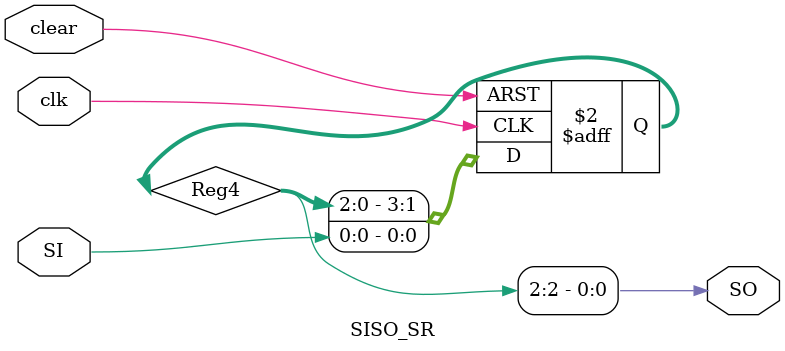
<source format=v>
module SISO_SR(clk, clear, SI, SO);
input clk, clear, SI;
output SO;
reg [3:0]Reg4;

always @(posedge clk or posedge clear) begin
    if(clear)
        Reg4 = 4'b0;
    else 
        begin
            Reg4[3] = Reg4[2];
            Reg4[2] = Reg4[1];
            Reg4[1] = Reg4[0];
            Reg4[0] = SI;
        end
end


assign SO = Reg4[2];

endmodule

</source>
